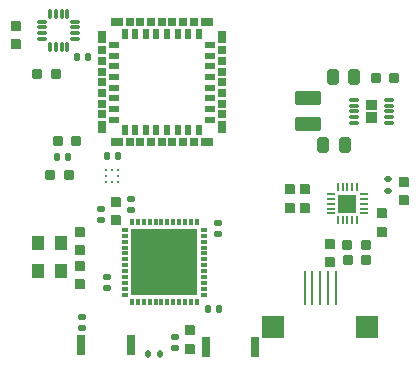
<source format=gtp>
G04 Layer_Color=8421504*
%FSLAX25Y25*%
%MOIN*%
G70*
G01*
G75*
G04:AMPARAMS|DCode=12|XSize=37.8mil|YSize=53.54mil|CornerRadius=9.45mil|HoleSize=0mil|Usage=FLASHONLY|Rotation=180.000|XOffset=0mil|YOffset=0mil|HoleType=Round|Shape=RoundedRectangle|*
%AMROUNDEDRECTD12*
21,1,0.03780,0.03465,0,0,180.0*
21,1,0.01890,0.05354,0,0,180.0*
1,1,0.01890,-0.00945,0.01732*
1,1,0.01890,0.00945,0.01732*
1,1,0.01890,0.00945,-0.01732*
1,1,0.01890,-0.00945,-0.01732*
%
%ADD12ROUNDEDRECTD12*%
%ADD13R,0.02559X0.04331*%
%ADD14R,0.02559X0.02559*%
%ADD15R,0.03307X0.01969*%
%ADD16R,0.02559X0.02559*%
%ADD17R,0.04331X0.02559*%
%ADD18R,0.01969X0.03307*%
G04:AMPARAMS|DCode=19|XSize=18.11mil|YSize=24.02mil|CornerRadius=4.71mil|HoleSize=0mil|Usage=FLASHONLY|Rotation=270.000|XOffset=0mil|YOffset=0mil|HoleType=Round|Shape=RoundedRectangle|*
%AMROUNDEDRECTD19*
21,1,0.01811,0.01460,0,0,270.0*
21,1,0.00869,0.02402,0,0,270.0*
1,1,0.00942,-0.00730,-0.00435*
1,1,0.00942,-0.00730,0.00435*
1,1,0.00942,0.00730,0.00435*
1,1,0.00942,0.00730,-0.00435*
%
%ADD19ROUNDEDRECTD19*%
G04:AMPARAMS|DCode=20|XSize=33.86mil|YSize=11.02mil|CornerRadius=2.76mil|HoleSize=0mil|Usage=FLASHONLY|Rotation=180.000|XOffset=0mil|YOffset=0mil|HoleType=Round|Shape=RoundedRectangle|*
%AMROUNDEDRECTD20*
21,1,0.03386,0.00551,0,0,180.0*
21,1,0.02835,0.01102,0,0,180.0*
1,1,0.00551,-0.01417,0.00276*
1,1,0.00551,0.01417,0.00276*
1,1,0.00551,0.01417,-0.00276*
1,1,0.00551,-0.01417,-0.00276*
%
%ADD20ROUNDEDRECTD20*%
G04:AMPARAMS|DCode=21|XSize=33.86mil|YSize=11.02mil|CornerRadius=2.76mil|HoleSize=0mil|Usage=FLASHONLY|Rotation=270.000|XOffset=0mil|YOffset=0mil|HoleType=Round|Shape=RoundedRectangle|*
%AMROUNDEDRECTD21*
21,1,0.03386,0.00551,0,0,270.0*
21,1,0.02835,0.01102,0,0,270.0*
1,1,0.00551,-0.00276,-0.01417*
1,1,0.00551,-0.00276,0.01417*
1,1,0.00551,0.00276,0.01417*
1,1,0.00551,0.00276,-0.01417*
%
%ADD21ROUNDEDRECTD21*%
G04:AMPARAMS|DCode=22|XSize=20.08mil|YSize=23.62mil|CornerRadius=5.12mil|HoleSize=0mil|Usage=FLASHONLY|Rotation=0.000|XOffset=0mil|YOffset=0mil|HoleType=Round|Shape=RoundedRectangle|*
%AMROUNDEDRECTD22*
21,1,0.02008,0.01338,0,0,0.0*
21,1,0.00984,0.02362,0,0,0.0*
1,1,0.01024,0.00492,-0.00669*
1,1,0.01024,-0.00492,-0.00669*
1,1,0.01024,-0.00492,0.00669*
1,1,0.01024,0.00492,0.00669*
%
%ADD22ROUNDEDRECTD22*%
G04:AMPARAMS|DCode=23|XSize=34.25mil|YSize=35.83mil|CornerRadius=8.73mil|HoleSize=0mil|Usage=FLASHONLY|Rotation=0.000|XOffset=0mil|YOffset=0mil|HoleType=Round|Shape=RoundedRectangle|*
%AMROUNDEDRECTD23*
21,1,0.03425,0.01836,0,0,0.0*
21,1,0.01678,0.03583,0,0,0.0*
1,1,0.01747,0.00839,-0.00918*
1,1,0.01747,-0.00839,-0.00918*
1,1,0.01747,-0.00839,0.00918*
1,1,0.01747,0.00839,0.00918*
%
%ADD23ROUNDEDRECTD23*%
G04:AMPARAMS|DCode=24|XSize=34.25mil|YSize=35.83mil|CornerRadius=8.73mil|HoleSize=0mil|Usage=FLASHONLY|Rotation=270.000|XOffset=0mil|YOffset=0mil|HoleType=Round|Shape=RoundedRectangle|*
%AMROUNDEDRECTD24*
21,1,0.03425,0.01836,0,0,270.0*
21,1,0.01678,0.03583,0,0,270.0*
1,1,0.01747,-0.00918,-0.00839*
1,1,0.01747,-0.00918,0.00839*
1,1,0.01747,0.00918,0.00839*
1,1,0.01747,0.00918,-0.00839*
%
%ADD24ROUNDEDRECTD24*%
%ADD25C,0.01181*%
%ADD26R,0.02756X0.00787*%
%ADD27R,0.00787X0.02756*%
%ADD28R,0.06496X0.06496*%
%ADD29R,0.02165X0.01181*%
%ADD30R,0.01181X0.02165*%
%ADD31R,0.22047X0.22047*%
%ADD32R,0.03150X0.06693*%
G04:AMPARAMS|DCode=33|XSize=20.08mil|YSize=23.62mil|CornerRadius=5.12mil|HoleSize=0mil|Usage=FLASHONLY|Rotation=270.000|XOffset=0mil|YOffset=0mil|HoleType=Round|Shape=RoundedRectangle|*
%AMROUNDEDRECTD33*
21,1,0.02008,0.01338,0,0,270.0*
21,1,0.00984,0.02362,0,0,270.0*
1,1,0.01024,-0.00669,-0.00492*
1,1,0.01024,-0.00669,0.00492*
1,1,0.01024,0.00669,0.00492*
1,1,0.01024,0.00669,-0.00492*
%
%ADD33ROUNDEDRECTD33*%
G04:AMPARAMS|DCode=34|XSize=46.85mil|YSize=87.4mil|CornerRadius=9.84mil|HoleSize=0mil|Usage=FLASHONLY|Rotation=270.000|XOffset=0mil|YOffset=0mil|HoleType=Round|Shape=RoundedRectangle|*
%AMROUNDEDRECTD34*
21,1,0.04685,0.06772,0,0,270.0*
21,1,0.02717,0.08740,0,0,270.0*
1,1,0.01968,-0.03386,-0.01359*
1,1,0.01968,-0.03386,0.01359*
1,1,0.01968,0.03386,0.01359*
1,1,0.01968,0.03386,-0.01359*
%
%ADD34ROUNDEDRECTD34*%
G04:AMPARAMS|DCode=35|XSize=18.11mil|YSize=24.02mil|CornerRadius=4.71mil|HoleSize=0mil|Usage=FLASHONLY|Rotation=0.000|XOffset=0mil|YOffset=0mil|HoleType=Round|Shape=RoundedRectangle|*
%AMROUNDEDRECTD35*
21,1,0.01811,0.01460,0,0,0.0*
21,1,0.00869,0.02402,0,0,0.0*
1,1,0.00942,0.00435,-0.00730*
1,1,0.00942,-0.00435,-0.00730*
1,1,0.00942,-0.00435,0.00730*
1,1,0.00942,0.00435,0.00730*
%
%ADD35ROUNDEDRECTD35*%
%ADD36R,0.07480X0.07480*%
%ADD37R,0.00984X0.11811*%
%ADD38R,0.04134X0.05118*%
G04:AMPARAMS|DCode=39|XSize=31.89mil|YSize=10.24mil|CornerRadius=2.76mil|HoleSize=0mil|Usage=FLASHONLY|Rotation=180.000|XOffset=0mil|YOffset=0mil|HoleType=Round|Shape=RoundedRectangle|*
%AMROUNDEDRECTD39*
21,1,0.03189,0.00471,0,0,180.0*
21,1,0.02636,0.01024,0,0,180.0*
1,1,0.00553,-0.01318,0.00235*
1,1,0.00553,0.01318,0.00235*
1,1,0.00553,0.01318,-0.00235*
1,1,0.00553,-0.01318,-0.00235*
%
%ADD39ROUNDEDRECTD39*%
G36*
X129772Y83935D02*
X126228D01*
Y87478D01*
X129772D01*
Y83935D01*
D02*
G37*
G36*
Y79722D02*
X126228D01*
Y83265D01*
X129772D01*
Y79722D01*
D02*
G37*
D12*
X115058Y95100D02*
D03*
X122342D02*
D03*
X111758Y72400D02*
D03*
X119042D02*
D03*
D13*
X38120Y78241D02*
D03*
Y108359D02*
D03*
X78080Y78241D02*
D03*
Y108359D02*
D03*
D14*
X38120Y82670D02*
D03*
Y86213D02*
D03*
Y89757D02*
D03*
Y93300D02*
D03*
Y96843D02*
D03*
Y100387D02*
D03*
Y103930D02*
D03*
X78080Y82670D02*
D03*
Y86213D02*
D03*
Y89757D02*
D03*
Y93300D02*
D03*
Y96843D02*
D03*
Y100387D02*
D03*
Y103930D02*
D03*
D15*
X42076Y80898D02*
D03*
Y84442D02*
D03*
Y87985D02*
D03*
Y91528D02*
D03*
Y98615D02*
D03*
Y102158D02*
D03*
Y105702D02*
D03*
Y95072D02*
D03*
X74124Y80898D02*
D03*
Y84442D02*
D03*
Y87985D02*
D03*
Y91528D02*
D03*
Y95072D02*
D03*
Y98615D02*
D03*
Y102158D02*
D03*
Y105702D02*
D03*
D16*
X47470Y73320D02*
D03*
X54557D02*
D03*
X51013D02*
D03*
X47470Y113280D02*
D03*
X51013D02*
D03*
X54557D02*
D03*
X61643Y73320D02*
D03*
X58100D02*
D03*
X68730D02*
D03*
X65187D02*
D03*
X61643Y113280D02*
D03*
X58100D02*
D03*
X65187D02*
D03*
X68730D02*
D03*
D17*
X43041Y73320D02*
D03*
Y113280D02*
D03*
X73159Y73320D02*
D03*
Y113280D02*
D03*
D18*
X45698Y77276D02*
D03*
X56328D02*
D03*
X49242D02*
D03*
X52785D02*
D03*
X45698Y109324D02*
D03*
X52785D02*
D03*
X49242D02*
D03*
X56328D02*
D03*
X63415Y77276D02*
D03*
X59872D02*
D03*
X70502D02*
D03*
X66958D02*
D03*
X63415Y109324D02*
D03*
X59872D02*
D03*
X70502D02*
D03*
X66958D02*
D03*
D19*
X133500Y57230D02*
D03*
Y60970D02*
D03*
D20*
X18070Y109616D02*
D03*
Y107647D02*
D03*
Y111584D02*
D03*
Y113553D02*
D03*
X29330Y107647D02*
D03*
Y109616D02*
D03*
Y111584D02*
D03*
Y113553D02*
D03*
D21*
X20747Y104970D02*
D03*
X22716D02*
D03*
X20747Y116230D02*
D03*
X22716D02*
D03*
X24684Y104970D02*
D03*
X26653D02*
D03*
X24684Y116230D02*
D03*
X26653D02*
D03*
D22*
X33611Y101600D02*
D03*
X29989D02*
D03*
X23189Y68300D02*
D03*
X26811D02*
D03*
X77111Y17900D02*
D03*
X73489D02*
D03*
X43511Y68800D02*
D03*
X39889D02*
D03*
D23*
X22731Y96200D02*
D03*
X16669D02*
D03*
X120069Y34000D02*
D03*
X126131D02*
D03*
X23469Y73800D02*
D03*
X29531D02*
D03*
X129469Y94600D02*
D03*
X135531D02*
D03*
X119968Y39000D02*
D03*
X126031D02*
D03*
X20968Y62300D02*
D03*
X27031D02*
D03*
D24*
X9500Y106069D02*
D03*
Y112132D02*
D03*
X114100Y39331D02*
D03*
Y33268D02*
D03*
X106000Y51569D02*
D03*
Y57631D02*
D03*
X139000Y60132D02*
D03*
Y54068D02*
D03*
X67500Y4569D02*
D03*
Y10632D02*
D03*
X43000Y47269D02*
D03*
Y53332D02*
D03*
X131500Y43569D02*
D03*
Y49632D02*
D03*
X30900Y43532D02*
D03*
Y37468D02*
D03*
X31000Y26068D02*
D03*
Y32131D02*
D03*
X101000Y51569D02*
D03*
Y57631D02*
D03*
D25*
X39531Y64169D02*
D03*
Y60232D02*
D03*
X41500D02*
D03*
X43468D02*
D03*
X39531Y62200D02*
D03*
X41500Y64169D02*
D03*
X43468Y62200D02*
D03*
Y64169D02*
D03*
D26*
X114488Y49650D02*
D03*
Y51225D02*
D03*
Y55950D02*
D03*
Y54375D02*
D03*
Y52800D02*
D03*
X125512Y51225D02*
D03*
Y49650D02*
D03*
Y54375D02*
D03*
Y52800D02*
D03*
Y55950D02*
D03*
D27*
X116850Y47288D02*
D03*
Y58312D02*
D03*
X118425D02*
D03*
X121575Y47288D02*
D03*
X123150D02*
D03*
X118425D02*
D03*
X120000D02*
D03*
X123150Y58312D02*
D03*
X120000D02*
D03*
X121575D02*
D03*
D28*
X120000Y52800D02*
D03*
D29*
X45713Y22473D02*
D03*
Y24442D02*
D03*
Y26410D02*
D03*
Y28379D02*
D03*
Y30347D02*
D03*
Y32316D02*
D03*
Y36253D02*
D03*
Y40190D02*
D03*
Y42158D02*
D03*
Y44127D02*
D03*
Y34284D02*
D03*
Y38221D02*
D03*
X72287Y22473D02*
D03*
Y24442D02*
D03*
Y26410D02*
D03*
Y28379D02*
D03*
Y30347D02*
D03*
Y32316D02*
D03*
Y34284D02*
D03*
Y36253D02*
D03*
Y38221D02*
D03*
Y40190D02*
D03*
Y42158D02*
D03*
Y44127D02*
D03*
D30*
X52110Y20013D02*
D03*
X56047D02*
D03*
X50142D02*
D03*
X48173D02*
D03*
X58016D02*
D03*
X54079D02*
D03*
X48173Y46587D02*
D03*
X52110D02*
D03*
X50142D02*
D03*
X54079D02*
D03*
X58016D02*
D03*
X56047D02*
D03*
X59984Y20013D02*
D03*
X63921D02*
D03*
X61953D02*
D03*
X65890D02*
D03*
X69827D02*
D03*
X67858D02*
D03*
X59984Y46587D02*
D03*
X63921D02*
D03*
X61953D02*
D03*
X65890D02*
D03*
X67858D02*
D03*
X69827D02*
D03*
D31*
X59000Y33300D02*
D03*
D32*
X89268Y5100D02*
D03*
X72732D02*
D03*
X47768Y5600D02*
D03*
X31232D02*
D03*
D33*
X62500Y4789D02*
D03*
Y8411D02*
D03*
X40000Y24789D02*
D03*
Y28411D02*
D03*
X31500Y14911D02*
D03*
Y11289D02*
D03*
X77000Y42789D02*
D03*
Y46411D02*
D03*
X47900Y50789D02*
D03*
Y54411D02*
D03*
X38000Y47489D02*
D03*
Y51111D02*
D03*
D34*
X106800Y79310D02*
D03*
Y88090D02*
D03*
D35*
X57370Y2600D02*
D03*
X53630D02*
D03*
D36*
X95349Y11665D02*
D03*
X126451D02*
D03*
D37*
X105782Y24885D02*
D03*
X108341D02*
D03*
X113459D02*
D03*
X110900D02*
D03*
X116018D02*
D03*
D38*
X24600Y39600D02*
D03*
Y30545D02*
D03*
X16923Y39600D02*
D03*
Y30545D02*
D03*
D39*
X122311Y87537D02*
D03*
Y85568D02*
D03*
Y83600D02*
D03*
Y81631D02*
D03*
Y79663D02*
D03*
X133689D02*
D03*
Y81631D02*
D03*
Y83600D02*
D03*
Y85568D02*
D03*
Y87537D02*
D03*
M02*

</source>
